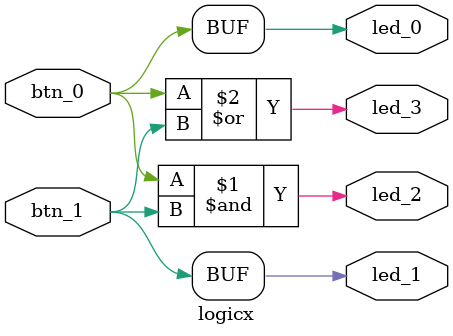
<source format=v>
`timescale 1ns / 1ps
module logicx
(
    input  btn_0,
    input  btn_1,

    output led_0,
    output led_1,
    output led_2,
    output led_3
);

    assign led_0 =  btn_0;
    assign led_1 = btn_1;
    assign led_2 = btn_0 & btn_1;
    assign led_3 = btn_0 | btn_1;

endmodule

</source>
